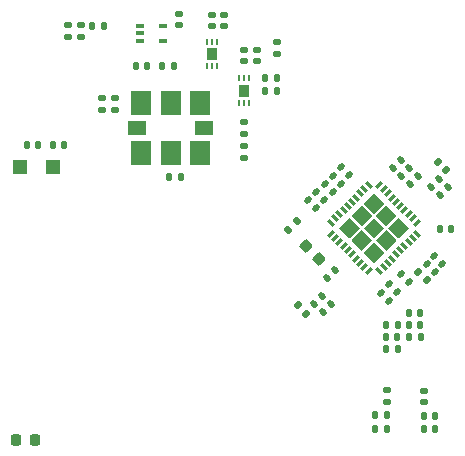
<source format=gtp>
%TF.GenerationSoftware,KiCad,Pcbnew,9.0.0*%
%TF.CreationDate,2025-03-30T18:56:19-05:00*%
%TF.ProjectId,radar-synth,72616461-722d-4737-996e-74682e6b6963,rev?*%
%TF.SameCoordinates,Original*%
%TF.FileFunction,Paste,Top*%
%TF.FilePolarity,Positive*%
%FSLAX45Y45*%
G04 Gerber Fmt 4.5, Leading zero omitted, Abs format (unit mm)*
G04 Created by KiCad (PCBNEW 9.0.0) date 2025-03-30 18:56:19*
%MOMM*%
%LPD*%
G01*
G04 APERTURE LIST*
G04 Aperture macros list*
%AMRoundRect*
0 Rectangle with rounded corners*
0 $1 Rounding radius*
0 $2 $3 $4 $5 $6 $7 $8 $9 X,Y pos of 4 corners*
0 Add a 4 corners polygon primitive as box body*
4,1,4,$2,$3,$4,$5,$6,$7,$8,$9,$2,$3,0*
0 Add four circle primitives for the rounded corners*
1,1,$1+$1,$2,$3*
1,1,$1+$1,$4,$5*
1,1,$1+$1,$6,$7*
1,1,$1+$1,$8,$9*
0 Add four rect primitives between the rounded corners*
20,1,$1+$1,$2,$3,$4,$5,0*
20,1,$1+$1,$4,$5,$6,$7,0*
20,1,$1+$1,$6,$7,$8,$9,0*
20,1,$1+$1,$8,$9,$2,$3,0*%
%AMRotRect*
0 Rectangle, with rotation*
0 The origin of the aperture is its center*
0 $1 length*
0 $2 width*
0 $3 Rotation angle, in degrees counterclockwise*
0 Add horizontal line*
21,1,$1,$2,0,0,$3*%
G04 Aperture macros list end*
%ADD10C,0.000000*%
%ADD11RoundRect,0.140000X0.219203X0.021213X0.021213X0.219203X-0.219203X-0.021213X-0.021213X-0.219203X0*%
%ADD12RoundRect,0.140000X-0.140000X-0.170000X0.140000X-0.170000X0.140000X0.170000X-0.140000X0.170000X0*%
%ADD13RoundRect,0.140000X0.021213X-0.219203X0.219203X-0.021213X-0.021213X0.219203X-0.219203X0.021213X0*%
%ADD14RoundRect,0.140000X0.140000X0.170000X-0.140000X0.170000X-0.140000X-0.170000X0.140000X-0.170000X0*%
%ADD15RoundRect,0.140000X-0.219203X-0.021213X-0.021213X-0.219203X0.219203X0.021213X0.021213X0.219203X0*%
%ADD16RoundRect,0.135000X0.185000X-0.135000X0.185000X0.135000X-0.185000X0.135000X-0.185000X-0.135000X0*%
%ADD17R,1.700000X2.150000*%
%ADD18R,1.550000X1.300000*%
%ADD19RoundRect,0.140000X0.170000X-0.140000X0.170000X0.140000X-0.170000X0.140000X-0.170000X-0.140000X0*%
%ADD20RoundRect,0.140000X-0.021213X0.219203X-0.219203X0.021213X0.021213X-0.219203X0.219203X-0.021213X0*%
%ADD21RoundRect,0.147500X-0.147500X-0.172500X0.147500X-0.172500X0.147500X0.172500X-0.147500X0.172500X0*%
%ADD22RoundRect,0.140000X-0.170000X0.140000X-0.170000X-0.140000X0.170000X-0.140000X0.170000X0.140000X0*%
%ADD23RoundRect,0.135000X-0.226274X-0.035355X-0.035355X-0.226274X0.226274X0.035355X0.035355X0.226274X0*%
%ADD24R,0.203200X0.609600*%
%ADD25R,0.889000X1.092200*%
%ADD26RotRect,0.249999X0.599999X135.000000*%
%ADD27RotRect,0.249999X0.599999X45.000000*%
%ADD28RoundRect,0.147500X0.172500X-0.147500X0.172500X0.147500X-0.172500X0.147500X-0.172500X-0.147500X0*%
%ADD29R,1.200000X1.200000*%
%ADD30RoundRect,0.135000X-0.135000X-0.185000X0.135000X-0.185000X0.135000X0.185000X-0.135000X0.185000X0*%
%ADD31RoundRect,0.135000X0.135000X0.185000X-0.135000X0.185000X-0.135000X-0.185000X0.135000X-0.185000X0*%
%ADD32RoundRect,0.225000X0.335876X0.017678X0.017678X0.335876X-0.335876X-0.017678X-0.017678X-0.335876X0*%
%ADD33RoundRect,0.218750X-0.218750X-0.256250X0.218750X-0.256250X0.218750X0.256250X-0.218750X0.256250X0*%
%ADD34RoundRect,0.135000X0.035355X-0.226274X0.226274X-0.035355X-0.035355X0.226274X-0.226274X0.035355X0*%
%ADD35RoundRect,0.100000X-0.225000X-0.100000X0.225000X-0.100000X0.225000X0.100000X-0.225000X0.100000X0*%
G04 APERTURE END LIST*
D10*
%TO.C,U2*%
G36*
X16594508Y-7803089D02*
G01*
X16595453Y-7803376D01*
X16596325Y-7803841D01*
X16597088Y-7804468D01*
X16679056Y-7886436D01*
X16679683Y-7887200D01*
X16680149Y-7888071D01*
X16680436Y-7889017D01*
X16680533Y-7890000D01*
X16680436Y-7890983D01*
X16680149Y-7891929D01*
X16679683Y-7892800D01*
X16679056Y-7893564D01*
X16597089Y-7975532D01*
X16596325Y-7976158D01*
X16595453Y-7976624D01*
X16594508Y-7976911D01*
X16593525Y-7977008D01*
X16592541Y-7976911D01*
X16591596Y-7976624D01*
X16590725Y-7976158D01*
X16589961Y-7975532D01*
X16507993Y-7893564D01*
X16507366Y-7892800D01*
X16506901Y-7891929D01*
X16506614Y-7890983D01*
X16506517Y-7890000D01*
X16506614Y-7889017D01*
X16506901Y-7888071D01*
X16507366Y-7887200D01*
X16507993Y-7886436D01*
X16589961Y-7804468D01*
X16590725Y-7803841D01*
X16591596Y-7803376D01*
X16592541Y-7803089D01*
X16593525Y-7802992D01*
X16594508Y-7803089D01*
G37*
G36*
X16697745Y-7699851D02*
G01*
X16698691Y-7700138D01*
X16699562Y-7700604D01*
X16700326Y-7701231D01*
X16782294Y-7783198D01*
X16782921Y-7783962D01*
X16783386Y-7784833D01*
X16783673Y-7785779D01*
X16783770Y-7786762D01*
X16783673Y-7787745D01*
X16783386Y-7788691D01*
X16782921Y-7789562D01*
X16782294Y-7790326D01*
X16700326Y-7872294D01*
X16699562Y-7872921D01*
X16698691Y-7873386D01*
X16697745Y-7873673D01*
X16696762Y-7873770D01*
X16695779Y-7873673D01*
X16694833Y-7873386D01*
X16693962Y-7872921D01*
X16693198Y-7872294D01*
X16611231Y-7790326D01*
X16610604Y-7789562D01*
X16610138Y-7788691D01*
X16609851Y-7787745D01*
X16609754Y-7786762D01*
X16609851Y-7785779D01*
X16610138Y-7784833D01*
X16610604Y-7783962D01*
X16611231Y-7783198D01*
X16693198Y-7701231D01*
X16693962Y-7700604D01*
X16694833Y-7700138D01*
X16695779Y-7699851D01*
X16696762Y-7699754D01*
X16697745Y-7699851D01*
G37*
G36*
X16697745Y-7906326D02*
G01*
X16698691Y-7906613D01*
X16699562Y-7907079D01*
X16700326Y-7907706D01*
X16782294Y-7989674D01*
X16782921Y-7990437D01*
X16783386Y-7991309D01*
X16783673Y-7992254D01*
X16783770Y-7993237D01*
X16783673Y-7994220D01*
X16783386Y-7995166D01*
X16782921Y-7996037D01*
X16782294Y-7996801D01*
X16700326Y-8078769D01*
X16699562Y-8079396D01*
X16698691Y-8079861D01*
X16697745Y-8080148D01*
X16696762Y-8080245D01*
X16695779Y-8080148D01*
X16694833Y-8079861D01*
X16693962Y-8079396D01*
X16693198Y-8078769D01*
X16611230Y-7996801D01*
X16610604Y-7996037D01*
X16610138Y-7995166D01*
X16609851Y-7994220D01*
X16609754Y-7993237D01*
X16609851Y-7992254D01*
X16610138Y-7991309D01*
X16610604Y-7990437D01*
X16611230Y-7989673D01*
X16693198Y-7907706D01*
X16693962Y-7907079D01*
X16694833Y-7906613D01*
X16695779Y-7906326D01*
X16696762Y-7906229D01*
X16697745Y-7906326D01*
G37*
G36*
X16800983Y-7596614D02*
G01*
X16801929Y-7596901D01*
X16802800Y-7597366D01*
X16803564Y-7597993D01*
X16885532Y-7679961D01*
X16886158Y-7680725D01*
X16886624Y-7681596D01*
X16886911Y-7682541D01*
X16887008Y-7683525D01*
X16886911Y-7684508D01*
X16886624Y-7685453D01*
X16886158Y-7686325D01*
X16885532Y-7687089D01*
X16803564Y-7769056D01*
X16802800Y-7769683D01*
X16801929Y-7770149D01*
X16800983Y-7770436D01*
X16800000Y-7770533D01*
X16799017Y-7770436D01*
X16798071Y-7770149D01*
X16797200Y-7769683D01*
X16796436Y-7769056D01*
X16714468Y-7687088D01*
X16713841Y-7686325D01*
X16713376Y-7685453D01*
X16713089Y-7684508D01*
X16712992Y-7683525D01*
X16713089Y-7682541D01*
X16713376Y-7681596D01*
X16713841Y-7680725D01*
X16714468Y-7679961D01*
X16796436Y-7597993D01*
X16797200Y-7597366D01*
X16798071Y-7596901D01*
X16799017Y-7596614D01*
X16800000Y-7596517D01*
X16800983Y-7596614D01*
G37*
G36*
X16800983Y-7803089D02*
G01*
X16801929Y-7803376D01*
X16802800Y-7803841D01*
X16803564Y-7804468D01*
X16885531Y-7886436D01*
X16886158Y-7887200D01*
X16886624Y-7888071D01*
X16886911Y-7889017D01*
X16887008Y-7890000D01*
X16886911Y-7890983D01*
X16886624Y-7891929D01*
X16886158Y-7892800D01*
X16885531Y-7893563D01*
X16803564Y-7975531D01*
X16802800Y-7976158D01*
X16801929Y-7976624D01*
X16800983Y-7976911D01*
X16800000Y-7977008D01*
X16799017Y-7976911D01*
X16798071Y-7976624D01*
X16797200Y-7976158D01*
X16796436Y-7975531D01*
X16714468Y-7893563D01*
X16713841Y-7892800D01*
X16713376Y-7891929D01*
X16713089Y-7890983D01*
X16712992Y-7890000D01*
X16713089Y-7889017D01*
X16713376Y-7888071D01*
X16713841Y-7887200D01*
X16714468Y-7886436D01*
X16796436Y-7804468D01*
X16797200Y-7803841D01*
X16798071Y-7803376D01*
X16799017Y-7803089D01*
X16800000Y-7802992D01*
X16800983Y-7803089D01*
G37*
G36*
X16800983Y-8009564D02*
G01*
X16801929Y-8009851D01*
X16802800Y-8010317D01*
X16803564Y-8010943D01*
X16885531Y-8092911D01*
X16886158Y-8093675D01*
X16886624Y-8094546D01*
X16886911Y-8095492D01*
X16887008Y-8096475D01*
X16886911Y-8097458D01*
X16886624Y-8098404D01*
X16886158Y-8099275D01*
X16885531Y-8100039D01*
X16803564Y-8182006D01*
X16802800Y-8182633D01*
X16801929Y-8183099D01*
X16800983Y-8183386D01*
X16800000Y-8183483D01*
X16799017Y-8183386D01*
X16798071Y-8183099D01*
X16797200Y-8182633D01*
X16796436Y-8182007D01*
X16714468Y-8100039D01*
X16713841Y-8099275D01*
X16713376Y-8098404D01*
X16713089Y-8097458D01*
X16712992Y-8096475D01*
X16713089Y-8095492D01*
X16713376Y-8094546D01*
X16713841Y-8093675D01*
X16714468Y-8092911D01*
X16796436Y-8010943D01*
X16797200Y-8010317D01*
X16798071Y-8009851D01*
X16799017Y-8009564D01*
X16800000Y-8009467D01*
X16800983Y-8009564D01*
G37*
G36*
X16904221Y-7906326D02*
G01*
X16905166Y-7906613D01*
X16906038Y-7907079D01*
X16906801Y-7907706D01*
X16988769Y-7989674D01*
X16989396Y-7990437D01*
X16989861Y-7991309D01*
X16990148Y-7992254D01*
X16990245Y-7993237D01*
X16990148Y-7994220D01*
X16989861Y-7995166D01*
X16989396Y-7996037D01*
X16988769Y-7996801D01*
X16906801Y-8078769D01*
X16906038Y-8079396D01*
X16905166Y-8079861D01*
X16904221Y-8080148D01*
X16903237Y-8080245D01*
X16902254Y-8080148D01*
X16901309Y-8079861D01*
X16900437Y-8079396D01*
X16899674Y-8078769D01*
X16817706Y-7996801D01*
X16817079Y-7996037D01*
X16816613Y-7995166D01*
X16816327Y-7994220D01*
X16816229Y-7993237D01*
X16816327Y-7992254D01*
X16816613Y-7991309D01*
X16817079Y-7990437D01*
X16817706Y-7989673D01*
X16899674Y-7907706D01*
X16900437Y-7907079D01*
X16901309Y-7906613D01*
X16902254Y-7906326D01*
X16903237Y-7906229D01*
X16904221Y-7906326D01*
G37*
G36*
X16904221Y-7699851D02*
G01*
X16905166Y-7700138D01*
X16906038Y-7700604D01*
X16906801Y-7701230D01*
X16988769Y-7783198D01*
X16989396Y-7783962D01*
X16989862Y-7784833D01*
X16990148Y-7785779D01*
X16990245Y-7786762D01*
X16990148Y-7787745D01*
X16989862Y-7788691D01*
X16989396Y-7789562D01*
X16988769Y-7790326D01*
X16906801Y-7872294D01*
X16906037Y-7872921D01*
X16905166Y-7873386D01*
X16904221Y-7873673D01*
X16903237Y-7873770D01*
X16902254Y-7873673D01*
X16901309Y-7873386D01*
X16900437Y-7872921D01*
X16899674Y-7872294D01*
X16817706Y-7790326D01*
X16817079Y-7789562D01*
X16816613Y-7788691D01*
X16816327Y-7787745D01*
X16816230Y-7786762D01*
X16816327Y-7785779D01*
X16816613Y-7784833D01*
X16817079Y-7783962D01*
X16817706Y-7783198D01*
X16899674Y-7701230D01*
X16900437Y-7700604D01*
X16901309Y-7700138D01*
X16902254Y-7699851D01*
X16903237Y-7699754D01*
X16904221Y-7699851D01*
G37*
G36*
X17007458Y-7803089D02*
G01*
X17008404Y-7803376D01*
X17009275Y-7803841D01*
X17010039Y-7804468D01*
X17092007Y-7886436D01*
X17092633Y-7887200D01*
X17093099Y-7888071D01*
X17093386Y-7889017D01*
X17093483Y-7890000D01*
X17093386Y-7890983D01*
X17093099Y-7891929D01*
X17092633Y-7892800D01*
X17092007Y-7893563D01*
X17010039Y-7975531D01*
X17009275Y-7976158D01*
X17008404Y-7976624D01*
X17007458Y-7976911D01*
X17006475Y-7977008D01*
X17005492Y-7976911D01*
X17004546Y-7976624D01*
X17003675Y-7976158D01*
X17002911Y-7975531D01*
X16920943Y-7893563D01*
X16920317Y-7892800D01*
X16919851Y-7891929D01*
X16919564Y-7890983D01*
X16919467Y-7890000D01*
X16919564Y-7889017D01*
X16919851Y-7888071D01*
X16920317Y-7887200D01*
X16920943Y-7886436D01*
X17002911Y-7804468D01*
X17003675Y-7803841D01*
X17004546Y-7803376D01*
X17005492Y-7803089D01*
X17006475Y-7802992D01*
X17007458Y-7803089D01*
G37*
%TD*%
D11*
%TO.C,C6*%
X16448941Y-7583941D03*
X16381059Y-7516059D03*
%TD*%
D12*
%TO.C,C41*%
X17224000Y-9590000D03*
X17320000Y-9590000D03*
%TD*%
D13*
%TO.C,C21*%
X17356059Y-7613941D03*
X17423941Y-7546059D03*
%TD*%
D14*
%TO.C,C4*%
X16908000Y-9590000D03*
X16812000Y-9590000D03*
%TD*%
D15*
%TO.C,C14*%
X16931059Y-8361059D03*
X16998941Y-8428941D03*
%TD*%
D13*
%TO.C,C16*%
X16296059Y-8533941D03*
X16363941Y-8466059D03*
%TD*%
D11*
%TO.C,C27*%
X16518941Y-7513941D03*
X16451059Y-7446059D03*
%TD*%
D16*
%TO.C,R23*%
X15700000Y-7091000D03*
X15700000Y-6989000D03*
%TD*%
D15*
%TO.C,C22*%
X17246059Y-8191059D03*
X17313941Y-8258941D03*
%TD*%
D17*
%TO.C,U5*%
X14830000Y-7250000D03*
X15080000Y-7250000D03*
X15330000Y-7250000D03*
X15330000Y-6830000D03*
X15080000Y-6830000D03*
X14830000Y-6830000D03*
D18*
X14795000Y-7040000D03*
X15365000Y-7040000D03*
%TD*%
D19*
%TO.C,C38*%
X14316000Y-6270000D03*
X14316000Y-6174000D03*
%TD*%
D20*
%TO.C,C18*%
X16473941Y-8246059D03*
X16406059Y-8313941D03*
%TD*%
D13*
%TO.C,C17*%
X16366059Y-8603941D03*
X16433941Y-8536059D03*
%TD*%
D21*
%TO.C,FB1*%
X13861500Y-7190000D03*
X13958500Y-7190000D03*
%TD*%
D15*
%TO.C,C23*%
X17311059Y-8126059D03*
X17378941Y-8193941D03*
%TD*%
D19*
%TO.C,C37*%
X15810000Y-6478000D03*
X15810000Y-6382000D03*
%TD*%
D22*
%TO.C,C34*%
X15430000Y-6082000D03*
X15430000Y-6178000D03*
%TD*%
%TO.C,C35*%
X15700000Y-6380000D03*
X15700000Y-6476000D03*
%TD*%
D23*
%TO.C,R7*%
X17173938Y-8258938D03*
X17246062Y-8331062D03*
%TD*%
D24*
%TO.C,U7*%
X15390000Y-6520000D03*
X15430000Y-6520000D03*
X15470000Y-6520000D03*
X15470000Y-6314260D03*
X15430000Y-6314260D03*
X15390000Y-6314260D03*
D25*
X15430000Y-6417130D03*
%TD*%
D14*
%TO.C,C40*%
X17320000Y-9480000D03*
X17224000Y-9480000D03*
%TD*%
D12*
%TO.C,C13*%
X17357000Y-7900000D03*
X17453000Y-7900000D03*
%TD*%
D26*
%TO.C,U2*%
X16435840Y-7935962D03*
X16471195Y-7971317D03*
X16506550Y-8006672D03*
X16541906Y-8042028D03*
X16577261Y-8077383D03*
X16612617Y-8112738D03*
X16647972Y-8148094D03*
X16683327Y-8183449D03*
X16718682Y-8218804D03*
X16754038Y-8254160D03*
D27*
X16845962Y-8254160D03*
X16881317Y-8218805D03*
X16916672Y-8183449D03*
X16952028Y-8148094D03*
X16987383Y-8112738D03*
X17022738Y-8077383D03*
X17058094Y-8042028D03*
X17093449Y-8006672D03*
X17128804Y-7971317D03*
X17164160Y-7935962D03*
D26*
X17164160Y-7844038D03*
X17128804Y-7808682D03*
X17093449Y-7773327D03*
X17058094Y-7737972D03*
X17022738Y-7702617D03*
X16987383Y-7667261D03*
X16952028Y-7631906D03*
X16916672Y-7596550D03*
X16881317Y-7561195D03*
X16845962Y-7525840D03*
D27*
X16754038Y-7525840D03*
X16718682Y-7561195D03*
X16683327Y-7596550D03*
X16647972Y-7631906D03*
X16612617Y-7667261D03*
X16577261Y-7702617D03*
X16541906Y-7737972D03*
X16506550Y-7773327D03*
X16471195Y-7808683D03*
X16435840Y-7844038D03*
%TD*%
D22*
%TO.C,C33*%
X14610000Y-6792000D03*
X14610000Y-6888000D03*
%TD*%
D15*
%TO.C,C11*%
X17026059Y-8276059D03*
X17093941Y-8343941D03*
%TD*%
D28*
%TO.C,FB2*%
X16911000Y-9361500D03*
X16911000Y-9264500D03*
%TD*%
D29*
%TO.C,D1*%
X13800000Y-7370000D03*
X14080000Y-7370000D03*
%TD*%
D14*
%TO.C,C24*%
X17193000Y-8610000D03*
X17097000Y-8610000D03*
%TD*%
D30*
%TO.C,R21*%
X15009000Y-6520000D03*
X15111000Y-6520000D03*
%TD*%
D13*
%TO.C,C20*%
X17281059Y-7543941D03*
X17348941Y-7476059D03*
%TD*%
D22*
%TO.C,C39*%
X14213000Y-6174000D03*
X14213000Y-6270000D03*
%TD*%
D31*
%TO.C,R15*%
X17001000Y-8710000D03*
X16899000Y-8710000D03*
%TD*%
D24*
%TO.C,U6*%
X15660000Y-6827950D03*
X15700000Y-6827950D03*
X15740000Y-6827950D03*
X15740000Y-6622210D03*
X15700000Y-6622210D03*
X15660000Y-6622210D03*
D25*
X15700000Y-6725080D03*
%TD*%
D32*
%TO.C,C12*%
X16334801Y-8154801D03*
X16225199Y-8045199D03*
%TD*%
D11*
%TO.C,C7*%
X16378941Y-7653941D03*
X16311059Y-7586059D03*
%TD*%
D15*
%TO.C,C5*%
X16856059Y-8436059D03*
X16923941Y-8503941D03*
%TD*%
D16*
%TO.C,R26*%
X15700000Y-7298500D03*
X15700000Y-7196500D03*
%TD*%
D13*
%TO.C,C10*%
X16961059Y-7378941D03*
X17028941Y-7311059D03*
%TD*%
D28*
%TO.C,FB3*%
X17227000Y-9364500D03*
X17227000Y-9267500D03*
%TD*%
D23*
%TO.C,R5*%
X16153938Y-8543938D03*
X16226062Y-8616062D03*
%TD*%
D11*
%TO.C,C19*%
X16588941Y-7443941D03*
X16521059Y-7376059D03*
%TD*%
D14*
%TO.C,C25*%
X17193000Y-8710000D03*
X17097000Y-8710000D03*
%TD*%
D30*
%TO.C,R25*%
X15879000Y-6730000D03*
X15981000Y-6730000D03*
%TD*%
D21*
%TO.C,FB4*%
X14414500Y-6179000D03*
X14511500Y-6179000D03*
%TD*%
D33*
%TO.C,D2*%
X13771250Y-9680000D03*
X13928750Y-9680000D03*
%TD*%
D19*
%TO.C,C32*%
X14500000Y-6888000D03*
X14500000Y-6792000D03*
%TD*%
D12*
%TO.C,C31*%
X14782000Y-6520000D03*
X14878000Y-6520000D03*
%TD*%
D34*
%TO.C,R14*%
X16073938Y-7906062D03*
X16146062Y-7833938D03*
%TD*%
D31*
%TO.C,R20*%
X15170000Y-7459000D03*
X15068000Y-7459000D03*
%TD*%
D14*
%TO.C,C1*%
X14178000Y-7190000D03*
X14082000Y-7190000D03*
%TD*%
D31*
%TO.C,R17*%
X17001000Y-8910000D03*
X16899000Y-8910000D03*
%TD*%
D13*
%TO.C,C9*%
X17101059Y-7518941D03*
X17168941Y-7451059D03*
%TD*%
D19*
%TO.C,C30*%
X15150000Y-6173000D03*
X15150000Y-6077000D03*
%TD*%
D16*
%TO.C,R24*%
X15980000Y-6416000D03*
X15980000Y-6314000D03*
%TD*%
D19*
%TO.C,C36*%
X15530000Y-6178000D03*
X15530000Y-6082000D03*
%TD*%
D20*
%TO.C,C15*%
X17098941Y-7381059D03*
X17031059Y-7448941D03*
%TD*%
D23*
%TO.C,R6*%
X17338938Y-7328938D03*
X17411062Y-7401062D03*
%TD*%
D14*
%TO.C,C26*%
X16998000Y-8810000D03*
X16902000Y-8810000D03*
%TD*%
D35*
%TO.C,U4*%
X14820000Y-6175000D03*
X14820000Y-6240000D03*
X14820000Y-6305000D03*
X15010000Y-6305000D03*
X15010000Y-6175000D03*
%TD*%
D31*
%TO.C,R16*%
X17196000Y-8810000D03*
X17094000Y-8810000D03*
%TD*%
D12*
%TO.C,C3*%
X16812000Y-9475000D03*
X16908000Y-9475000D03*
%TD*%
D11*
%TO.C,C8*%
X16308941Y-7723941D03*
X16241059Y-7656059D03*
%TD*%
D31*
%TO.C,R22*%
X15981000Y-6620000D03*
X15879000Y-6620000D03*
%TD*%
M02*

</source>
